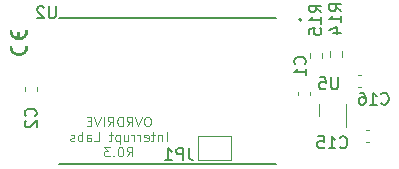
<source format=gbr>
%TF.GenerationSoftware,KiCad,Pcbnew,7.0.7*%
%TF.CreationDate,2024-01-11T13:54:05+01:00*%
%TF.ProjectId,ovrdrive,6f767264-7269-4766-952e-6b696361645f,rev?*%
%TF.SameCoordinates,Original*%
%TF.FileFunction,Legend,Bot*%
%TF.FilePolarity,Positive*%
%FSLAX46Y46*%
G04 Gerber Fmt 4.6, Leading zero omitted, Abs format (unit mm)*
G04 Created by KiCad (PCBNEW 7.0.7) date 2024-01-11 13:54:05*
%MOMM*%
%LPD*%
G01*
G04 APERTURE LIST*
%ADD10C,0.000000*%
%ADD11C,0.125000*%
%ADD12C,0.150000*%
%ADD13C,0.120000*%
%ADD14C,0.127000*%
%ADD15C,0.200000*%
G04 APERTURE END LIST*
D10*
G36*
X112307437Y-100381879D02*
G01*
X112306147Y-100392305D01*
X112305056Y-100402800D01*
X112304163Y-100413360D01*
X112303469Y-100423982D01*
X112302972Y-100434663D01*
X112302675Y-100445400D01*
X112302576Y-100456190D01*
X112303298Y-100484787D01*
X112305444Y-100513008D01*
X112308976Y-100540818D01*
X112313862Y-100568183D01*
X112320065Y-100595067D01*
X112327551Y-100621435D01*
X112336285Y-100647254D01*
X112346232Y-100672487D01*
X112357357Y-100697099D01*
X112369626Y-100721057D01*
X112383003Y-100744325D01*
X112397453Y-100766868D01*
X112412943Y-100788652D01*
X112429436Y-100809641D01*
X112446898Y-100829801D01*
X112465294Y-100849096D01*
X112484590Y-100867492D01*
X112504749Y-100884954D01*
X112525738Y-100901447D01*
X112547522Y-100916937D01*
X112570065Y-100931387D01*
X112593333Y-100944765D01*
X112617291Y-100957033D01*
X112641904Y-100968158D01*
X112667137Y-100978106D01*
X112692955Y-100986840D01*
X112719323Y-100994325D01*
X112746207Y-101000529D01*
X112773572Y-101005414D01*
X112801382Y-101008947D01*
X112829603Y-101011092D01*
X112858201Y-101011815D01*
X112886798Y-101011092D01*
X112915019Y-101008947D01*
X112942829Y-101005414D01*
X112970194Y-101000529D01*
X112997078Y-100994325D01*
X113023446Y-100986840D01*
X113049264Y-100978106D01*
X113074497Y-100968158D01*
X113099110Y-100957033D01*
X113123068Y-100944765D01*
X113146336Y-100931387D01*
X113168879Y-100916937D01*
X113190663Y-100901447D01*
X113211652Y-100884954D01*
X113231811Y-100867492D01*
X113251107Y-100849096D01*
X113269503Y-100829801D01*
X113286965Y-100809641D01*
X113303458Y-100788652D01*
X113318948Y-100766868D01*
X113333398Y-100744325D01*
X113346775Y-100721057D01*
X113359044Y-100697099D01*
X113370169Y-100672487D01*
X113380116Y-100647254D01*
X113388850Y-100621435D01*
X113396336Y-100595067D01*
X113402539Y-100568183D01*
X113407425Y-100540818D01*
X113410957Y-100513008D01*
X113413103Y-100484787D01*
X113413826Y-100456190D01*
X113413726Y-100445400D01*
X113413429Y-100434663D01*
X113412933Y-100423982D01*
X113412238Y-100413360D01*
X113411345Y-100402800D01*
X113410254Y-100392305D01*
X113408964Y-100381879D01*
X113407475Y-100371523D01*
X113647453Y-100371523D01*
X113648481Y-100381965D01*
X113649383Y-100392454D01*
X113650155Y-100402986D01*
X113650793Y-100413559D01*
X113651295Y-100424168D01*
X113651657Y-100434812D01*
X113651877Y-100445487D01*
X113651951Y-100456190D01*
X113650918Y-100497039D01*
X113647853Y-100537352D01*
X113642806Y-100577079D01*
X113635826Y-100616169D01*
X113626964Y-100654573D01*
X113616268Y-100692241D01*
X113603790Y-100729123D01*
X113589579Y-100765169D01*
X113573685Y-100800330D01*
X113556157Y-100834555D01*
X113537046Y-100867795D01*
X113516401Y-100900000D01*
X113494272Y-100931120D01*
X113470709Y-100961104D01*
X113445762Y-100989905D01*
X113419481Y-101017470D01*
X113391915Y-101043751D01*
X113363115Y-101068698D01*
X113333130Y-101092261D01*
X113302011Y-101114390D01*
X113269806Y-101135035D01*
X113236566Y-101154146D01*
X113202341Y-101171674D01*
X113167180Y-101187568D01*
X113131134Y-101201780D01*
X113094252Y-101214258D01*
X113056584Y-101224953D01*
X113018180Y-101233815D01*
X112979090Y-101240795D01*
X112939363Y-101245842D01*
X112899050Y-101248907D01*
X112858201Y-101249940D01*
X112817351Y-101248907D01*
X112777038Y-101245842D01*
X112737311Y-101240795D01*
X112698221Y-101233815D01*
X112659817Y-101224953D01*
X112622149Y-101214258D01*
X112585267Y-101201780D01*
X112549221Y-101187568D01*
X112514060Y-101171674D01*
X112479835Y-101154146D01*
X112446595Y-101135035D01*
X112414390Y-101114390D01*
X112383271Y-101092261D01*
X112353286Y-101068698D01*
X112324486Y-101043751D01*
X112296920Y-101017470D01*
X112270639Y-100989905D01*
X112245692Y-100961104D01*
X112222129Y-100931120D01*
X112200000Y-100900000D01*
X112179355Y-100867795D01*
X112160244Y-100834555D01*
X112142716Y-100800330D01*
X112126822Y-100765169D01*
X112112611Y-100729123D01*
X112100133Y-100692241D01*
X112089438Y-100654573D01*
X112080575Y-100616169D01*
X112073595Y-100577079D01*
X112068548Y-100537352D01*
X112065483Y-100497039D01*
X112064451Y-100456190D01*
X112064524Y-100445487D01*
X112064744Y-100434812D01*
X112065106Y-100424168D01*
X112065608Y-100413559D01*
X112066246Y-100402986D01*
X112067018Y-100392454D01*
X112067920Y-100381965D01*
X112068948Y-100371523D01*
X112308926Y-100371523D01*
X112307437Y-100381879D01*
G37*
G36*
X112306830Y-99037188D02*
G01*
X112305701Y-99046986D01*
X112304746Y-99056833D01*
X112303965Y-99066730D01*
X112303357Y-99076677D01*
X112302923Y-99086673D01*
X112302662Y-99096719D01*
X112302576Y-99106815D01*
X112303119Y-99131636D01*
X112304734Y-99156177D01*
X112307399Y-99180415D01*
X112311090Y-99204328D01*
X112315785Y-99227893D01*
X112321460Y-99251087D01*
X112328095Y-99273888D01*
X112335665Y-99296273D01*
X112344148Y-99318219D01*
X112353522Y-99339704D01*
X112363764Y-99360704D01*
X112374850Y-99381198D01*
X112386759Y-99401163D01*
X112399468Y-99420575D01*
X112412954Y-99439412D01*
X112427194Y-99457652D01*
X112442166Y-99475272D01*
X112457847Y-99492249D01*
X112474215Y-99508561D01*
X112491246Y-99524185D01*
X112508918Y-99539097D01*
X112527209Y-99553277D01*
X112546095Y-99566700D01*
X112565555Y-99579344D01*
X112585565Y-99591187D01*
X112606102Y-99602206D01*
X112627144Y-99612377D01*
X112648669Y-99621680D01*
X112670654Y-99630090D01*
X112693075Y-99637585D01*
X112715911Y-99644142D01*
X112739138Y-99649740D01*
X112739138Y-99186190D01*
X112977263Y-99186190D01*
X112977263Y-99649740D01*
X113000490Y-99644142D01*
X113023326Y-99637582D01*
X113045748Y-99630083D01*
X113067732Y-99621669D01*
X113089257Y-99612361D01*
X113110299Y-99602183D01*
X113130837Y-99591157D01*
X113150846Y-99579307D01*
X113189192Y-99553223D01*
X113225155Y-99524115D01*
X113258554Y-99492164D01*
X113289207Y-99457553D01*
X113316933Y-99420465D01*
X113341551Y-99381082D01*
X113352638Y-99360587D01*
X113362879Y-99339587D01*
X113372253Y-99318104D01*
X113380736Y-99296161D01*
X113388306Y-99273782D01*
X113394941Y-99250989D01*
X113400617Y-99227805D01*
X113405311Y-99204252D01*
X113409002Y-99180354D01*
X113411667Y-99156133D01*
X113413282Y-99131613D01*
X113413826Y-99106815D01*
X113413739Y-99096719D01*
X113413478Y-99086673D01*
X113413044Y-99076677D01*
X113412437Y-99066730D01*
X113411655Y-99056833D01*
X113410700Y-99046986D01*
X113409572Y-99037188D01*
X113408269Y-99027440D01*
X113647982Y-99027440D01*
X113648912Y-99037275D01*
X113649718Y-99047135D01*
X113650400Y-99057019D01*
X113650958Y-99066929D01*
X113651392Y-99076863D01*
X113651702Y-99086822D01*
X113651889Y-99096806D01*
X113651951Y-99106815D01*
X113650918Y-99147665D01*
X113647853Y-99187978D01*
X113642806Y-99227704D01*
X113635826Y-99266794D01*
X113626964Y-99305198D01*
X113616268Y-99342866D01*
X113603790Y-99379748D01*
X113589579Y-99415794D01*
X113573685Y-99450955D01*
X113556157Y-99485180D01*
X113537046Y-99518420D01*
X113516401Y-99550625D01*
X113494272Y-99581745D01*
X113470709Y-99611730D01*
X113445762Y-99640530D01*
X113419481Y-99668095D01*
X113391915Y-99694376D01*
X113363115Y-99719323D01*
X113333130Y-99742886D01*
X113302011Y-99765015D01*
X113269806Y-99785660D01*
X113236566Y-99804771D01*
X113202341Y-99822299D01*
X113167180Y-99838193D01*
X113131134Y-99852405D01*
X113094252Y-99864883D01*
X113056584Y-99875578D01*
X113018180Y-99884440D01*
X112979090Y-99891420D01*
X112939363Y-99896467D01*
X112899050Y-99899532D01*
X112858201Y-99900565D01*
X112817351Y-99899532D01*
X112777038Y-99896467D01*
X112737311Y-99891420D01*
X112698221Y-99884440D01*
X112659817Y-99875578D01*
X112622149Y-99864883D01*
X112585267Y-99852405D01*
X112549221Y-99838193D01*
X112514060Y-99822299D01*
X112479835Y-99804771D01*
X112446595Y-99785660D01*
X112414390Y-99765015D01*
X112383271Y-99742886D01*
X112353286Y-99719323D01*
X112324486Y-99694376D01*
X112296920Y-99668095D01*
X112270639Y-99640530D01*
X112245692Y-99611730D01*
X112222129Y-99581745D01*
X112200000Y-99550625D01*
X112179355Y-99518420D01*
X112160244Y-99485180D01*
X112142716Y-99450955D01*
X112126822Y-99415794D01*
X112112611Y-99379748D01*
X112100133Y-99342866D01*
X112089438Y-99305198D01*
X112080575Y-99266794D01*
X112073595Y-99227704D01*
X112068548Y-99187978D01*
X112065483Y-99147665D01*
X112064451Y-99106815D01*
X112064513Y-99096806D01*
X112064699Y-99086822D01*
X112065009Y-99076863D01*
X112065443Y-99066929D01*
X112066001Y-99057019D01*
X112066683Y-99047135D01*
X112067489Y-99037275D01*
X112068419Y-99027440D01*
X112308132Y-99027440D01*
X112306830Y-99037188D01*
G37*
D11*
X123814284Y-106375595D02*
X123661903Y-106375595D01*
X123661903Y-106375595D02*
X123585713Y-106413690D01*
X123585713Y-106413690D02*
X123509522Y-106489880D01*
X123509522Y-106489880D02*
X123471427Y-106642261D01*
X123471427Y-106642261D02*
X123471427Y-106908928D01*
X123471427Y-106908928D02*
X123509522Y-107061309D01*
X123509522Y-107061309D02*
X123585713Y-107137500D01*
X123585713Y-107137500D02*
X123661903Y-107175595D01*
X123661903Y-107175595D02*
X123814284Y-107175595D01*
X123814284Y-107175595D02*
X123890475Y-107137500D01*
X123890475Y-107137500D02*
X123966665Y-107061309D01*
X123966665Y-107061309D02*
X124004761Y-106908928D01*
X124004761Y-106908928D02*
X124004761Y-106642261D01*
X124004761Y-106642261D02*
X123966665Y-106489880D01*
X123966665Y-106489880D02*
X123890475Y-106413690D01*
X123890475Y-106413690D02*
X123814284Y-106375595D01*
X123242856Y-106375595D02*
X122976189Y-107175595D01*
X122976189Y-107175595D02*
X122709523Y-106375595D01*
X121985713Y-107175595D02*
X122252380Y-106794642D01*
X122442856Y-107175595D02*
X122442856Y-106375595D01*
X122442856Y-106375595D02*
X122138094Y-106375595D01*
X122138094Y-106375595D02*
X122061904Y-106413690D01*
X122061904Y-106413690D02*
X122023809Y-106451785D01*
X122023809Y-106451785D02*
X121985713Y-106527976D01*
X121985713Y-106527976D02*
X121985713Y-106642261D01*
X121985713Y-106642261D02*
X122023809Y-106718452D01*
X122023809Y-106718452D02*
X122061904Y-106756547D01*
X122061904Y-106756547D02*
X122138094Y-106794642D01*
X122138094Y-106794642D02*
X122442856Y-106794642D01*
X121642856Y-107175595D02*
X121642856Y-106375595D01*
X121642856Y-106375595D02*
X121452380Y-106375595D01*
X121452380Y-106375595D02*
X121338094Y-106413690D01*
X121338094Y-106413690D02*
X121261904Y-106489880D01*
X121261904Y-106489880D02*
X121223809Y-106566071D01*
X121223809Y-106566071D02*
X121185713Y-106718452D01*
X121185713Y-106718452D02*
X121185713Y-106832738D01*
X121185713Y-106832738D02*
X121223809Y-106985119D01*
X121223809Y-106985119D02*
X121261904Y-107061309D01*
X121261904Y-107061309D02*
X121338094Y-107137500D01*
X121338094Y-107137500D02*
X121452380Y-107175595D01*
X121452380Y-107175595D02*
X121642856Y-107175595D01*
X120385713Y-107175595D02*
X120652380Y-106794642D01*
X120842856Y-107175595D02*
X120842856Y-106375595D01*
X120842856Y-106375595D02*
X120538094Y-106375595D01*
X120538094Y-106375595D02*
X120461904Y-106413690D01*
X120461904Y-106413690D02*
X120423809Y-106451785D01*
X120423809Y-106451785D02*
X120385713Y-106527976D01*
X120385713Y-106527976D02*
X120385713Y-106642261D01*
X120385713Y-106642261D02*
X120423809Y-106718452D01*
X120423809Y-106718452D02*
X120461904Y-106756547D01*
X120461904Y-106756547D02*
X120538094Y-106794642D01*
X120538094Y-106794642D02*
X120842856Y-106794642D01*
X120042856Y-107175595D02*
X120042856Y-106375595D01*
X119776190Y-106375595D02*
X119509523Y-107175595D01*
X119509523Y-107175595D02*
X119242857Y-106375595D01*
X118976190Y-106756547D02*
X118709524Y-106756547D01*
X118595238Y-107175595D02*
X118976190Y-107175595D01*
X118976190Y-107175595D02*
X118976190Y-106375595D01*
X118976190Y-106375595D02*
X118595238Y-106375595D01*
X125357143Y-108463595D02*
X125357143Y-107663595D01*
X124976191Y-107930261D02*
X124976191Y-108463595D01*
X124976191Y-108006452D02*
X124938096Y-107968357D01*
X124938096Y-107968357D02*
X124861906Y-107930261D01*
X124861906Y-107930261D02*
X124747620Y-107930261D01*
X124747620Y-107930261D02*
X124671429Y-107968357D01*
X124671429Y-107968357D02*
X124633334Y-108044547D01*
X124633334Y-108044547D02*
X124633334Y-108463595D01*
X124366667Y-107930261D02*
X124061905Y-107930261D01*
X124252381Y-107663595D02*
X124252381Y-108349309D01*
X124252381Y-108349309D02*
X124214286Y-108425500D01*
X124214286Y-108425500D02*
X124138096Y-108463595D01*
X124138096Y-108463595D02*
X124061905Y-108463595D01*
X123490476Y-108425500D02*
X123566667Y-108463595D01*
X123566667Y-108463595D02*
X123719048Y-108463595D01*
X123719048Y-108463595D02*
X123795238Y-108425500D01*
X123795238Y-108425500D02*
X123833334Y-108349309D01*
X123833334Y-108349309D02*
X123833334Y-108044547D01*
X123833334Y-108044547D02*
X123795238Y-107968357D01*
X123795238Y-107968357D02*
X123719048Y-107930261D01*
X123719048Y-107930261D02*
X123566667Y-107930261D01*
X123566667Y-107930261D02*
X123490476Y-107968357D01*
X123490476Y-107968357D02*
X123452381Y-108044547D01*
X123452381Y-108044547D02*
X123452381Y-108120738D01*
X123452381Y-108120738D02*
X123833334Y-108196928D01*
X123109524Y-108463595D02*
X123109524Y-107930261D01*
X123109524Y-108082642D02*
X123071429Y-108006452D01*
X123071429Y-108006452D02*
X123033334Y-107968357D01*
X123033334Y-107968357D02*
X122957143Y-107930261D01*
X122957143Y-107930261D02*
X122880953Y-107930261D01*
X122614286Y-108463595D02*
X122614286Y-107930261D01*
X122614286Y-108082642D02*
X122576191Y-108006452D01*
X122576191Y-108006452D02*
X122538096Y-107968357D01*
X122538096Y-107968357D02*
X122461905Y-107930261D01*
X122461905Y-107930261D02*
X122385715Y-107930261D01*
X121776191Y-107930261D02*
X121776191Y-108463595D01*
X122119048Y-107930261D02*
X122119048Y-108349309D01*
X122119048Y-108349309D02*
X122080953Y-108425500D01*
X122080953Y-108425500D02*
X122004763Y-108463595D01*
X122004763Y-108463595D02*
X121890477Y-108463595D01*
X121890477Y-108463595D02*
X121814286Y-108425500D01*
X121814286Y-108425500D02*
X121776191Y-108387404D01*
X121395238Y-107930261D02*
X121395238Y-108730261D01*
X121395238Y-107968357D02*
X121319048Y-107930261D01*
X121319048Y-107930261D02*
X121166667Y-107930261D01*
X121166667Y-107930261D02*
X121090476Y-107968357D01*
X121090476Y-107968357D02*
X121052381Y-108006452D01*
X121052381Y-108006452D02*
X121014286Y-108082642D01*
X121014286Y-108082642D02*
X121014286Y-108311214D01*
X121014286Y-108311214D02*
X121052381Y-108387404D01*
X121052381Y-108387404D02*
X121090476Y-108425500D01*
X121090476Y-108425500D02*
X121166667Y-108463595D01*
X121166667Y-108463595D02*
X121319048Y-108463595D01*
X121319048Y-108463595D02*
X121395238Y-108425500D01*
X120785714Y-107930261D02*
X120480952Y-107930261D01*
X120671428Y-107663595D02*
X120671428Y-108349309D01*
X120671428Y-108349309D02*
X120633333Y-108425500D01*
X120633333Y-108425500D02*
X120557143Y-108463595D01*
X120557143Y-108463595D02*
X120480952Y-108463595D01*
X119223809Y-108463595D02*
X119604761Y-108463595D01*
X119604761Y-108463595D02*
X119604761Y-107663595D01*
X118614285Y-108463595D02*
X118614285Y-108044547D01*
X118614285Y-108044547D02*
X118652380Y-107968357D01*
X118652380Y-107968357D02*
X118728571Y-107930261D01*
X118728571Y-107930261D02*
X118880952Y-107930261D01*
X118880952Y-107930261D02*
X118957142Y-107968357D01*
X118614285Y-108425500D02*
X118690476Y-108463595D01*
X118690476Y-108463595D02*
X118880952Y-108463595D01*
X118880952Y-108463595D02*
X118957142Y-108425500D01*
X118957142Y-108425500D02*
X118995238Y-108349309D01*
X118995238Y-108349309D02*
X118995238Y-108273119D01*
X118995238Y-108273119D02*
X118957142Y-108196928D01*
X118957142Y-108196928D02*
X118880952Y-108158833D01*
X118880952Y-108158833D02*
X118690476Y-108158833D01*
X118690476Y-108158833D02*
X118614285Y-108120738D01*
X118233332Y-108463595D02*
X118233332Y-107663595D01*
X118233332Y-107968357D02*
X118157142Y-107930261D01*
X118157142Y-107930261D02*
X118004761Y-107930261D01*
X118004761Y-107930261D02*
X117928570Y-107968357D01*
X117928570Y-107968357D02*
X117890475Y-108006452D01*
X117890475Y-108006452D02*
X117852380Y-108082642D01*
X117852380Y-108082642D02*
X117852380Y-108311214D01*
X117852380Y-108311214D02*
X117890475Y-108387404D01*
X117890475Y-108387404D02*
X117928570Y-108425500D01*
X117928570Y-108425500D02*
X118004761Y-108463595D01*
X118004761Y-108463595D02*
X118157142Y-108463595D01*
X118157142Y-108463595D02*
X118233332Y-108425500D01*
X117547618Y-108425500D02*
X117471427Y-108463595D01*
X117471427Y-108463595D02*
X117319046Y-108463595D01*
X117319046Y-108463595D02*
X117242856Y-108425500D01*
X117242856Y-108425500D02*
X117204760Y-108349309D01*
X117204760Y-108349309D02*
X117204760Y-108311214D01*
X117204760Y-108311214D02*
X117242856Y-108235023D01*
X117242856Y-108235023D02*
X117319046Y-108196928D01*
X117319046Y-108196928D02*
X117433332Y-108196928D01*
X117433332Y-108196928D02*
X117509522Y-108158833D01*
X117509522Y-108158833D02*
X117547618Y-108082642D01*
X117547618Y-108082642D02*
X117547618Y-108044547D01*
X117547618Y-108044547D02*
X117509522Y-107968357D01*
X117509522Y-107968357D02*
X117433332Y-107930261D01*
X117433332Y-107930261D02*
X117319046Y-107930261D01*
X117319046Y-107930261D02*
X117242856Y-107968357D01*
X122004761Y-109751595D02*
X122271428Y-109370642D01*
X122461904Y-109751595D02*
X122461904Y-108951595D01*
X122461904Y-108951595D02*
X122157142Y-108951595D01*
X122157142Y-108951595D02*
X122080952Y-108989690D01*
X122080952Y-108989690D02*
X122042857Y-109027785D01*
X122042857Y-109027785D02*
X122004761Y-109103976D01*
X122004761Y-109103976D02*
X122004761Y-109218261D01*
X122004761Y-109218261D02*
X122042857Y-109294452D01*
X122042857Y-109294452D02*
X122080952Y-109332547D01*
X122080952Y-109332547D02*
X122157142Y-109370642D01*
X122157142Y-109370642D02*
X122461904Y-109370642D01*
X121509523Y-108951595D02*
X121433333Y-108951595D01*
X121433333Y-108951595D02*
X121357142Y-108989690D01*
X121357142Y-108989690D02*
X121319047Y-109027785D01*
X121319047Y-109027785D02*
X121280952Y-109103976D01*
X121280952Y-109103976D02*
X121242857Y-109256357D01*
X121242857Y-109256357D02*
X121242857Y-109446833D01*
X121242857Y-109446833D02*
X121280952Y-109599214D01*
X121280952Y-109599214D02*
X121319047Y-109675404D01*
X121319047Y-109675404D02*
X121357142Y-109713500D01*
X121357142Y-109713500D02*
X121433333Y-109751595D01*
X121433333Y-109751595D02*
X121509523Y-109751595D01*
X121509523Y-109751595D02*
X121585714Y-109713500D01*
X121585714Y-109713500D02*
X121623809Y-109675404D01*
X121623809Y-109675404D02*
X121661904Y-109599214D01*
X121661904Y-109599214D02*
X121700000Y-109446833D01*
X121700000Y-109446833D02*
X121700000Y-109256357D01*
X121700000Y-109256357D02*
X121661904Y-109103976D01*
X121661904Y-109103976D02*
X121623809Y-109027785D01*
X121623809Y-109027785D02*
X121585714Y-108989690D01*
X121585714Y-108989690D02*
X121509523Y-108951595D01*
X120899999Y-109675404D02*
X120861904Y-109713500D01*
X120861904Y-109713500D02*
X120899999Y-109751595D01*
X120899999Y-109751595D02*
X120938095Y-109713500D01*
X120938095Y-109713500D02*
X120899999Y-109675404D01*
X120899999Y-109675404D02*
X120899999Y-109751595D01*
X120595238Y-108951595D02*
X120100000Y-108951595D01*
X120100000Y-108951595D02*
X120366666Y-109256357D01*
X120366666Y-109256357D02*
X120252381Y-109256357D01*
X120252381Y-109256357D02*
X120176190Y-109294452D01*
X120176190Y-109294452D02*
X120138095Y-109332547D01*
X120138095Y-109332547D02*
X120100000Y-109408738D01*
X120100000Y-109408738D02*
X120100000Y-109599214D01*
X120100000Y-109599214D02*
X120138095Y-109675404D01*
X120138095Y-109675404D02*
X120176190Y-109713500D01*
X120176190Y-109713500D02*
X120252381Y-109751595D01*
X120252381Y-109751595D02*
X120480952Y-109751595D01*
X120480952Y-109751595D02*
X120557143Y-109713500D01*
X120557143Y-109713500D02*
X120595238Y-109675404D01*
D12*
X140154819Y-97457142D02*
X139678628Y-97123809D01*
X140154819Y-96885714D02*
X139154819Y-96885714D01*
X139154819Y-96885714D02*
X139154819Y-97266666D01*
X139154819Y-97266666D02*
X139202438Y-97361904D01*
X139202438Y-97361904D02*
X139250057Y-97409523D01*
X139250057Y-97409523D02*
X139345295Y-97457142D01*
X139345295Y-97457142D02*
X139488152Y-97457142D01*
X139488152Y-97457142D02*
X139583390Y-97409523D01*
X139583390Y-97409523D02*
X139631009Y-97361904D01*
X139631009Y-97361904D02*
X139678628Y-97266666D01*
X139678628Y-97266666D02*
X139678628Y-96885714D01*
X140154819Y-98409523D02*
X140154819Y-97838095D01*
X140154819Y-98123809D02*
X139154819Y-98123809D01*
X139154819Y-98123809D02*
X139297676Y-98028571D01*
X139297676Y-98028571D02*
X139392914Y-97933333D01*
X139392914Y-97933333D02*
X139440533Y-97838095D01*
X139488152Y-99266666D02*
X140154819Y-99266666D01*
X139107200Y-99028571D02*
X139821485Y-98790476D01*
X139821485Y-98790476D02*
X139821485Y-99409523D01*
X114259580Y-106333333D02*
X114307200Y-106285714D01*
X114307200Y-106285714D02*
X114354819Y-106142857D01*
X114354819Y-106142857D02*
X114354819Y-106047619D01*
X114354819Y-106047619D02*
X114307200Y-105904762D01*
X114307200Y-105904762D02*
X114211961Y-105809524D01*
X114211961Y-105809524D02*
X114116723Y-105761905D01*
X114116723Y-105761905D02*
X113926247Y-105714286D01*
X113926247Y-105714286D02*
X113783390Y-105714286D01*
X113783390Y-105714286D02*
X113592914Y-105761905D01*
X113592914Y-105761905D02*
X113497676Y-105809524D01*
X113497676Y-105809524D02*
X113402438Y-105904762D01*
X113402438Y-105904762D02*
X113354819Y-106047619D01*
X113354819Y-106047619D02*
X113354819Y-106142857D01*
X113354819Y-106142857D02*
X113402438Y-106285714D01*
X113402438Y-106285714D02*
X113450057Y-106333333D01*
X113450057Y-106714286D02*
X113402438Y-106761905D01*
X113402438Y-106761905D02*
X113354819Y-106857143D01*
X113354819Y-106857143D02*
X113354819Y-107095238D01*
X113354819Y-107095238D02*
X113402438Y-107190476D01*
X113402438Y-107190476D02*
X113450057Y-107238095D01*
X113450057Y-107238095D02*
X113545295Y-107285714D01*
X113545295Y-107285714D02*
X113640533Y-107285714D01*
X113640533Y-107285714D02*
X113783390Y-107238095D01*
X113783390Y-107238095D02*
X114354819Y-106666667D01*
X114354819Y-106666667D02*
X114354819Y-107285714D01*
X127233333Y-109054819D02*
X127233333Y-109769104D01*
X127233333Y-109769104D02*
X127280952Y-109911961D01*
X127280952Y-109911961D02*
X127376190Y-110007200D01*
X127376190Y-110007200D02*
X127519047Y-110054819D01*
X127519047Y-110054819D02*
X127614285Y-110054819D01*
X126757142Y-110054819D02*
X126757142Y-109054819D01*
X126757142Y-109054819D02*
X126376190Y-109054819D01*
X126376190Y-109054819D02*
X126280952Y-109102438D01*
X126280952Y-109102438D02*
X126233333Y-109150057D01*
X126233333Y-109150057D02*
X126185714Y-109245295D01*
X126185714Y-109245295D02*
X126185714Y-109388152D01*
X126185714Y-109388152D02*
X126233333Y-109483390D01*
X126233333Y-109483390D02*
X126280952Y-109531009D01*
X126280952Y-109531009D02*
X126376190Y-109578628D01*
X126376190Y-109578628D02*
X126757142Y-109578628D01*
X125233333Y-110054819D02*
X125804761Y-110054819D01*
X125519047Y-110054819D02*
X125519047Y-109054819D01*
X125519047Y-109054819D02*
X125614285Y-109197676D01*
X125614285Y-109197676D02*
X125709523Y-109292914D01*
X125709523Y-109292914D02*
X125804761Y-109340533D01*
X138454819Y-97557142D02*
X137978628Y-97223809D01*
X138454819Y-96985714D02*
X137454819Y-96985714D01*
X137454819Y-96985714D02*
X137454819Y-97366666D01*
X137454819Y-97366666D02*
X137502438Y-97461904D01*
X137502438Y-97461904D02*
X137550057Y-97509523D01*
X137550057Y-97509523D02*
X137645295Y-97557142D01*
X137645295Y-97557142D02*
X137788152Y-97557142D01*
X137788152Y-97557142D02*
X137883390Y-97509523D01*
X137883390Y-97509523D02*
X137931009Y-97461904D01*
X137931009Y-97461904D02*
X137978628Y-97366666D01*
X137978628Y-97366666D02*
X137978628Y-96985714D01*
X138454819Y-98509523D02*
X138454819Y-97938095D01*
X138454819Y-98223809D02*
X137454819Y-98223809D01*
X137454819Y-98223809D02*
X137597676Y-98128571D01*
X137597676Y-98128571D02*
X137692914Y-98033333D01*
X137692914Y-98033333D02*
X137740533Y-97938095D01*
X137454819Y-99414285D02*
X137454819Y-98938095D01*
X137454819Y-98938095D02*
X137931009Y-98890476D01*
X137931009Y-98890476D02*
X137883390Y-98938095D01*
X137883390Y-98938095D02*
X137835771Y-99033333D01*
X137835771Y-99033333D02*
X137835771Y-99271428D01*
X137835771Y-99271428D02*
X137883390Y-99366666D01*
X137883390Y-99366666D02*
X137931009Y-99414285D01*
X137931009Y-99414285D02*
X138026247Y-99461904D01*
X138026247Y-99461904D02*
X138264342Y-99461904D01*
X138264342Y-99461904D02*
X138359580Y-99414285D01*
X138359580Y-99414285D02*
X138407200Y-99366666D01*
X138407200Y-99366666D02*
X138454819Y-99271428D01*
X138454819Y-99271428D02*
X138454819Y-99033333D01*
X138454819Y-99033333D02*
X138407200Y-98938095D01*
X138407200Y-98938095D02*
X138359580Y-98890476D01*
X137059580Y-101933333D02*
X137107200Y-101885714D01*
X137107200Y-101885714D02*
X137154819Y-101742857D01*
X137154819Y-101742857D02*
X137154819Y-101647619D01*
X137154819Y-101647619D02*
X137107200Y-101504762D01*
X137107200Y-101504762D02*
X137011961Y-101409524D01*
X137011961Y-101409524D02*
X136916723Y-101361905D01*
X136916723Y-101361905D02*
X136726247Y-101314286D01*
X136726247Y-101314286D02*
X136583390Y-101314286D01*
X136583390Y-101314286D02*
X136392914Y-101361905D01*
X136392914Y-101361905D02*
X136297676Y-101409524D01*
X136297676Y-101409524D02*
X136202438Y-101504762D01*
X136202438Y-101504762D02*
X136154819Y-101647619D01*
X136154819Y-101647619D02*
X136154819Y-101742857D01*
X136154819Y-101742857D02*
X136202438Y-101885714D01*
X136202438Y-101885714D02*
X136250057Y-101933333D01*
X137154819Y-102885714D02*
X137154819Y-102314286D01*
X137154819Y-102600000D02*
X136154819Y-102600000D01*
X136154819Y-102600000D02*
X136297676Y-102504762D01*
X136297676Y-102504762D02*
X136392914Y-102409524D01*
X136392914Y-102409524D02*
X136440533Y-102314286D01*
X115961904Y-97054819D02*
X115961904Y-97864342D01*
X115961904Y-97864342D02*
X115914285Y-97959580D01*
X115914285Y-97959580D02*
X115866666Y-98007200D01*
X115866666Y-98007200D02*
X115771428Y-98054819D01*
X115771428Y-98054819D02*
X115580952Y-98054819D01*
X115580952Y-98054819D02*
X115485714Y-98007200D01*
X115485714Y-98007200D02*
X115438095Y-97959580D01*
X115438095Y-97959580D02*
X115390476Y-97864342D01*
X115390476Y-97864342D02*
X115390476Y-97054819D01*
X114961904Y-97150057D02*
X114914285Y-97102438D01*
X114914285Y-97102438D02*
X114819047Y-97054819D01*
X114819047Y-97054819D02*
X114580952Y-97054819D01*
X114580952Y-97054819D02*
X114485714Y-97102438D01*
X114485714Y-97102438D02*
X114438095Y-97150057D01*
X114438095Y-97150057D02*
X114390476Y-97245295D01*
X114390476Y-97245295D02*
X114390476Y-97340533D01*
X114390476Y-97340533D02*
X114438095Y-97483390D01*
X114438095Y-97483390D02*
X115009523Y-98054819D01*
X115009523Y-98054819D02*
X114390476Y-98054819D01*
X143542857Y-105259580D02*
X143590476Y-105307200D01*
X143590476Y-105307200D02*
X143733333Y-105354819D01*
X143733333Y-105354819D02*
X143828571Y-105354819D01*
X143828571Y-105354819D02*
X143971428Y-105307200D01*
X143971428Y-105307200D02*
X144066666Y-105211961D01*
X144066666Y-105211961D02*
X144114285Y-105116723D01*
X144114285Y-105116723D02*
X144161904Y-104926247D01*
X144161904Y-104926247D02*
X144161904Y-104783390D01*
X144161904Y-104783390D02*
X144114285Y-104592914D01*
X144114285Y-104592914D02*
X144066666Y-104497676D01*
X144066666Y-104497676D02*
X143971428Y-104402438D01*
X143971428Y-104402438D02*
X143828571Y-104354819D01*
X143828571Y-104354819D02*
X143733333Y-104354819D01*
X143733333Y-104354819D02*
X143590476Y-104402438D01*
X143590476Y-104402438D02*
X143542857Y-104450057D01*
X142590476Y-105354819D02*
X143161904Y-105354819D01*
X142876190Y-105354819D02*
X142876190Y-104354819D01*
X142876190Y-104354819D02*
X142971428Y-104497676D01*
X142971428Y-104497676D02*
X143066666Y-104592914D01*
X143066666Y-104592914D02*
X143161904Y-104640533D01*
X141733333Y-104354819D02*
X141923809Y-104354819D01*
X141923809Y-104354819D02*
X142019047Y-104402438D01*
X142019047Y-104402438D02*
X142066666Y-104450057D01*
X142066666Y-104450057D02*
X142161904Y-104592914D01*
X142161904Y-104592914D02*
X142209523Y-104783390D01*
X142209523Y-104783390D02*
X142209523Y-105164342D01*
X142209523Y-105164342D02*
X142161904Y-105259580D01*
X142161904Y-105259580D02*
X142114285Y-105307200D01*
X142114285Y-105307200D02*
X142019047Y-105354819D01*
X142019047Y-105354819D02*
X141828571Y-105354819D01*
X141828571Y-105354819D02*
X141733333Y-105307200D01*
X141733333Y-105307200D02*
X141685714Y-105259580D01*
X141685714Y-105259580D02*
X141638095Y-105164342D01*
X141638095Y-105164342D02*
X141638095Y-104926247D01*
X141638095Y-104926247D02*
X141685714Y-104831009D01*
X141685714Y-104831009D02*
X141733333Y-104783390D01*
X141733333Y-104783390D02*
X141828571Y-104735771D01*
X141828571Y-104735771D02*
X142019047Y-104735771D01*
X142019047Y-104735771D02*
X142114285Y-104783390D01*
X142114285Y-104783390D02*
X142161904Y-104831009D01*
X142161904Y-104831009D02*
X142209523Y-104926247D01*
X139861904Y-103054819D02*
X139861904Y-103864342D01*
X139861904Y-103864342D02*
X139814285Y-103959580D01*
X139814285Y-103959580D02*
X139766666Y-104007200D01*
X139766666Y-104007200D02*
X139671428Y-104054819D01*
X139671428Y-104054819D02*
X139480952Y-104054819D01*
X139480952Y-104054819D02*
X139385714Y-104007200D01*
X139385714Y-104007200D02*
X139338095Y-103959580D01*
X139338095Y-103959580D02*
X139290476Y-103864342D01*
X139290476Y-103864342D02*
X139290476Y-103054819D01*
X138338095Y-103054819D02*
X138814285Y-103054819D01*
X138814285Y-103054819D02*
X138861904Y-103531009D01*
X138861904Y-103531009D02*
X138814285Y-103483390D01*
X138814285Y-103483390D02*
X138719047Y-103435771D01*
X138719047Y-103435771D02*
X138480952Y-103435771D01*
X138480952Y-103435771D02*
X138385714Y-103483390D01*
X138385714Y-103483390D02*
X138338095Y-103531009D01*
X138338095Y-103531009D02*
X138290476Y-103626247D01*
X138290476Y-103626247D02*
X138290476Y-103864342D01*
X138290476Y-103864342D02*
X138338095Y-103959580D01*
X138338095Y-103959580D02*
X138385714Y-104007200D01*
X138385714Y-104007200D02*
X138480952Y-104054819D01*
X138480952Y-104054819D02*
X138719047Y-104054819D01*
X138719047Y-104054819D02*
X138814285Y-104007200D01*
X138814285Y-104007200D02*
X138861904Y-103959580D01*
X140042857Y-108959580D02*
X140090476Y-109007200D01*
X140090476Y-109007200D02*
X140233333Y-109054819D01*
X140233333Y-109054819D02*
X140328571Y-109054819D01*
X140328571Y-109054819D02*
X140471428Y-109007200D01*
X140471428Y-109007200D02*
X140566666Y-108911961D01*
X140566666Y-108911961D02*
X140614285Y-108816723D01*
X140614285Y-108816723D02*
X140661904Y-108626247D01*
X140661904Y-108626247D02*
X140661904Y-108483390D01*
X140661904Y-108483390D02*
X140614285Y-108292914D01*
X140614285Y-108292914D02*
X140566666Y-108197676D01*
X140566666Y-108197676D02*
X140471428Y-108102438D01*
X140471428Y-108102438D02*
X140328571Y-108054819D01*
X140328571Y-108054819D02*
X140233333Y-108054819D01*
X140233333Y-108054819D02*
X140090476Y-108102438D01*
X140090476Y-108102438D02*
X140042857Y-108150057D01*
X139090476Y-109054819D02*
X139661904Y-109054819D01*
X139376190Y-109054819D02*
X139376190Y-108054819D01*
X139376190Y-108054819D02*
X139471428Y-108197676D01*
X139471428Y-108197676D02*
X139566666Y-108292914D01*
X139566666Y-108292914D02*
X139661904Y-108340533D01*
X138185714Y-108054819D02*
X138661904Y-108054819D01*
X138661904Y-108054819D02*
X138709523Y-108531009D01*
X138709523Y-108531009D02*
X138661904Y-108483390D01*
X138661904Y-108483390D02*
X138566666Y-108435771D01*
X138566666Y-108435771D02*
X138328571Y-108435771D01*
X138328571Y-108435771D02*
X138233333Y-108483390D01*
X138233333Y-108483390D02*
X138185714Y-108531009D01*
X138185714Y-108531009D02*
X138138095Y-108626247D01*
X138138095Y-108626247D02*
X138138095Y-108864342D01*
X138138095Y-108864342D02*
X138185714Y-108959580D01*
X138185714Y-108959580D02*
X138233333Y-109007200D01*
X138233333Y-109007200D02*
X138328571Y-109054819D01*
X138328571Y-109054819D02*
X138566666Y-109054819D01*
X138566666Y-109054819D02*
X138661904Y-109007200D01*
X138661904Y-109007200D02*
X138709523Y-108959580D01*
D13*
%TO.C,R14*%
X139177500Y-101337258D02*
X139177500Y-100862742D01*
X140222500Y-101337258D02*
X140222500Y-100862742D01*
%TO.C,C2*%
X114410000Y-103909420D02*
X114410000Y-104190580D01*
X113390000Y-103909420D02*
X113390000Y-104190580D01*
%TO.C,JP1*%
X128050000Y-108050000D02*
X128050000Y-110050000D01*
X128050000Y-110050000D02*
X130850000Y-110050000D01*
X130850000Y-108050000D02*
X128050000Y-108050000D01*
X130850000Y-110050000D02*
X130850000Y-108050000D01*
%TO.C,R15*%
X138522500Y-100962742D02*
X138522500Y-101437258D01*
X137477500Y-100962742D02*
X137477500Y-101437258D01*
%TO.C,C1*%
X137510000Y-104259420D02*
X137510000Y-104540580D01*
X136490000Y-104259420D02*
X136490000Y-104540580D01*
D14*
%TO.C,U2*%
X134647500Y-110410000D02*
X116247500Y-110410000D01*
X134647500Y-97990000D02*
X116247500Y-97990000D01*
D15*
X136787500Y-98170000D02*
G75*
G03*
X136787500Y-98170000I-100000J0D01*
G01*
D13*
%TO.C,C16*%
X141559420Y-102890000D02*
X141840580Y-102890000D01*
X141559420Y-103910000D02*
X141840580Y-103910000D01*
%TO.C,U5*%
X140520000Y-107300000D02*
X140520000Y-105300000D01*
X138280000Y-105300000D02*
X138280000Y-106300000D01*
%TO.C,C15*%
X142259420Y-107490000D02*
X142540580Y-107490000D01*
X142259420Y-108510000D02*
X142540580Y-108510000D01*
%TD*%
M02*

</source>
